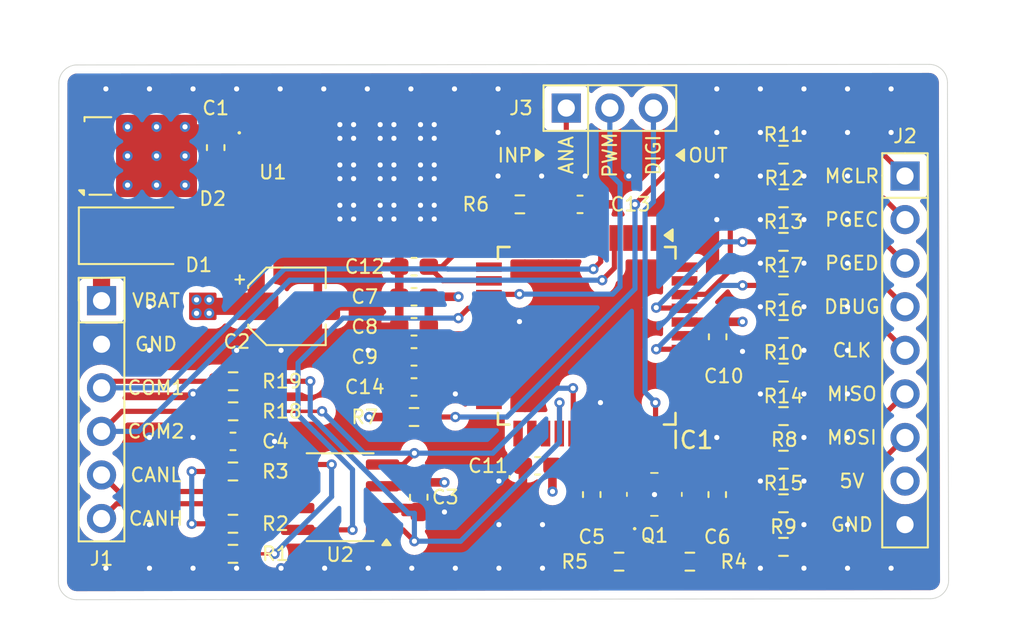
<source format=kicad_pcb>
(kicad_pcb (version 20240108) (generator "pcbnew") (generator_version "8.0")
  (title_block (title "${project_name}") (date "2025-01-21") (rev "v1") (company "${uni_name}") (comment 1 "${course_date}") (comment 2 "${folder_name}"))
  (layers (0 "F.Cu" signal) (1 "In1.Cu" power "Gnd.Cu") (2 "In2.Cu" power "Pwr.Cu") (31 "B.Cu" signal) (34 "B.Paste" user) (35 "F.Paste" user) (36 "B.SilkS" user "B.Silkscreen") (37 "F.SilkS" user "F.Silkscreen") (38 "B.Mask" user) (39 "F.Mask" user) (44 "Edge.Cuts" user))
  (property "course_date" "EE401/2 [Fall/Spring 2024-25]")
  (property "folder_name" "ECU SW Control")
  (property "project_name" "Test Software and Bootloader Developement for an ECU")
  (property "uni_name" "Ozyegin University")
  (net 0 "")
  (net 1 "/LDO/V_BATPROT")
  (net 2 "GND")
  (net 3 "/CAN/5V")
  (net 4 "Net-(C4-Pad1)")
  (net 5 "Net-(IC1-OSC1{slash}RA2)")
  (net 6 "Net-(IC1-OSC2{slash}RA3)")
  (net 7 "Net-(IC1-RA7)")
  (net 8 "Net-(IC1-VCAP)")
  (net 9 "Net-(IC1-~{MCLR})")
  (net 10 "/Connector/V_BAT")
  (net 15 "Net-(IC1-RC5)")
  (net 17 "Net-(IC1-PGEC2{slash}RB6)")
  (net 19 "/CAN/TX")
  (net 20 "/Connector/COMM2")
  (net 26 "/Connector/COMM1")
  (net 27 "/MCU/O_D_TEST")
  (net 29 "Net-(IC1-SCK1{slash}RC3)")
  (net 31 "/CAN/STBY")
  (net 34 "Net-(IC1-SDI1{slash}RA9)")
  (net 36 "/CAN/RX")
  (net 39 "Net-(IC1-PGED2{slash}RB5)")
  (net 42 "/MCU/O_PWM_TEST")
  (net 43 "Net-(IC1-SD01{slash}RA4)")
  (net 44 "/CAN/CAN+")
  (net 45 "/CAN/CAN-")
  (net 46 "/MCU/IO_C_SPI_CLK")
  (net 47 "/MCU/O_C_SPI_MOSI")
  (net 48 "/MCU/IO_D_C_DEBUG")
  (net 49 "/MCU/I_C_SPI_MiSO")
  (net 50 "/MCU/I_MCLR")
  (net 51 "/MCU/I_PROG_PGEC")
  (net 52 "/MCU/I_PROG_PGED")
  (net 53 "/MCU/I_A_TEST")
  (net 54 "Net-(Q1-OSC1)")
  (net 55 "Net-(U2-SPLIT)")
  (footprint "Resistor_SMD:R_0603_1608Metric_Pad0.98x0.95mm_HandSolder" (layer "F.Cu") (at 149.3774 125.1712 180)
    (property "Reference" "R18")
    (property "Value" "0/5%" (hide yes))
  )
  (footprint "Resistor_SMD:R_0603_1608Metric_Pad0.98x0.95mm_HandSolder" (layer "F.Cu") (at 181.4576 133.0706 180)
    (property "Reference" "R9")
    (property "Value" "10k/1%" (hide yes))
  )
  (footprint "Capacitor_SMD:C_0603_1608Metric_Pad1.08x0.95mm_HandSolder" (layer "F.Cu") (at 177.6222 120.8278 -90)
    (property "Reference" "C10")
    (property "Value" "100nF/25V" (hide yes))
  )
  (footprint "Resistor_SMD:R_0603_1608Metric_Pad0.98x0.95mm_HandSolder" (layer "F.Cu") (at 149.368 133.477 180)
    (property "Reference" "R1")
    (property "Value" "300R/1%" (hide yes))
  )
  (footprint "Package_SO:SOIC-8_3.9x4.9mm_P1.27mm" (layer "F.Cu") (at 155.6146 130.175 180)
    (property "Reference" "U2")
    (property "Value" "MCP2561-E-SN" (hide yes))
  )
  (footprint "Resistor_SMD:R_0603_1608Metric_Pad0.98x0.95mm_HandSolder" (layer "F.Cu") (at 181.4576 120.3706)
    (property "Reference" "R16")
    (property "Value" "100R/1%" (hide yes))
  )
  (footprint "Resistor_SMD:R_0603_1608Metric_Pad0.98x0.95mm_HandSolder" (layer "F.Cu") (at 181.4576 130.5306)
    (property "Reference" "R15")
    (property "Value" "100R/1%" (hide yes))
  )
  (footprint "Connector_PinHeader_2.54mm:PinHeader_1x09_P2.54mm_Vertical" (layer "F.Cu") (at 188.5442 111.4552)
    (property "Reference" "J2")
    (property "Value" "Conn_01x09" (hide yes))
  )
  (footprint "Capacitor_SMD:C_0603_1608Metric_Pad1.08x0.95mm_HandSolder" (layer "F.Cu") (at 159.922 116.7384 180)
    (property "Reference" "C12")
    (property "Value" "10nF/50V" (hide yes))
  )
  (footprint "Resistor_SMD:R_0603_1608Metric_Pad0.98x0.95mm_HandSolder" (layer "F.Cu") (at 171.8767 133.9342 180)
    (property "Reference" "R5")
    (property "Value" "100R/1%" (hide yes))
  )
  (footprint "Capacitor_SMD:C_0603_1608Metric_Pad1.08x0.95mm_HandSolder" (layer "F.Cu") (at 170.2816 130.0226 -90)
    (property "Reference" "C5")
    (property "Value" "8.2pF/50V" (hide yes))
  )
  (footprint "Connector_PinHeader_2.54mm:PinHeader_1x03_P2.54mm_Vertical" (layer "F.Cu") (at 168.798 107.4928 90)
    (property "Reference" "J3")
    (property "Value" "Conn_01x03" (hide yes))
  )
  (footprint "Capacitor_SMD:C_0603_1608Metric_Pad1.08x0.95mm_HandSolder" (layer "F.Cu") (at 160.1978 130.175 -90)
    (property "Reference" "C3")
    (property "Value" "0.1uF/50V" (hide yes))
  )
  (footprint "Resistor_SMD:R_0603_1608Metric_Pad0.98x0.95mm_HandSolder" (layer "F.Cu") (at 181.4576 117.8306)
    (property "Reference" "R17")
    (property "Value" "100R/1%" (hide yes))
  )
  (footprint "Capacitor_SMD:CP_Elec_4x5.3" (layer "F.Cu") (at 152.5138 119.0498)
    (property "Reference" "C2")
    (property "Value" "2.2uF/50V" (hide yes))
  )
  (footprint "ECU_SW_Control_lib:LF50CDTTRY" (layer "F.Cu") (at 156.2888 111.235 180)
    (property "Reference" "U1")
    (property "Value" "LF50_TO252" (hide yes))
  )
  (footprint "Resistor_SMD:R_0603_1608Metric_Pad0.98x0.95mm_HandSolder" (layer "F.Cu") (at 181.4576 115.2906)
    (property "Reference" "R13")
    (property "Value" "100R/1%" (hide yes))
  )
  (footprint "Resistor_SMD:R_0603_1608Metric_Pad0.98x0.95mm_HandSolder" (layer "F.Cu") (at 149.368 128.6764)
    (property "Reference" "R3")
    (property "Value" "60.4R/1%" (hide yes))
  )
  (footprint "Capacitor_SMD:C_0603_1608Metric_Pad1.08x0.95mm_HandSolder" (layer "F.Cu") (at 159.922 121.9962 180)
    (property "Reference" "C9")
    (property "Value" "100nF/50V" (hide yes))
  )
  (footprint "Resistor_SMD:R_0603_1608Metric_Pad0.98x0.95mm_HandSolder" (layer "F.Cu") (at 181.4576 112.7506)
    (property "Reference" "R12")
    (property "Value" "100R/1%" (hide yes))
  )
  (footprint "Resistor_SMD:R_0603_1608Metric_Pad0.98x0.95mm_HandSolder" (layer "F.Cu") (at 181.4576 125.4506)
    (property "Reference" "R14")
    (property "Value" "100R/1%" (hide yes))
  )
  (footprint "Resistor_SMD:R_0603_1608Metric_Pad0.98x0.95mm_HandSolder" (layer "F.Cu") (at 181.4576 127.9906 180)
    (property "Reference" "R8")
    (property "Value" "10k/1%" (hide yes))
  )
  (footprint "Capacitor_SMD:C_0603_1608Metric_Pad1.08x0.95mm_HandSolder" (layer "F.Cu") (at 167.1309 128.3462 180)
    (property "Reference" "C11")
    (property "Value" "100nF/50V" (hide yes))
  )
  (footprint "Resistor_SMD:R_0603_1608Metric_Pad0.98x0.95mm_HandSolder" (layer "F.Cu") (at 166.0925 113.1062 180)
    (property "Reference" "R6")
    (property "Value" "100R/1%" (hide yes))
  )
  (footprint "Capacitor_SMD:C_0603_1608Metric_Pad1.08x0.95mm_HandSolder" (layer "F.Cu") (at 159.922 118.491 180)
    (property "Reference" "C7")
    (property "Value" "2.2uF/25V" (hide yes))
  )
  (footprint "Capacitor_SMD:C_0603_1608Metric_Pad1.08x0.95mm_HandSolder" (layer "F.Cu") (at 159.922 123.7488 180)
    (property "Reference" "C14")
    (property "Value" "10nF/50V" (hide yes))
  )
  (footprint "Connector_PinHeader_2.54mm:PinHeader_1x06_P2.54mm_Vertical" (layer "F.Cu") (at 141.7066 118.7196)
    (property "Reference" "J1")
    (property "Value" "Conn_01x06" (hide yes))
  )
  (footprint "Resistor_SMD:R_0603_1608Metric_Pad0.98x0.95mm_HandSolder" (layer "F.Cu") (at 176.0017 133.9342 180)
    (property "Reference" "R4")
    (property "Value" "1M/1%" (hide yes))
  )
  (footprint "Capacitor_SMD:C_0603_1608Metric_Pad1.08x0.95mm_HandSolder" (layer "F.Cu") (at 149.368 126.9238)
    (property "Reference" "C4")
    (property "Value" "4700pF/50V" (hide yes))
  )
  (footprint "Resistor_SMD:R_0603_1608Metric_Pad0.98x0.95mm_HandSolder" (layer "F.Cu") (at 149.3774 123.4186)
    (property "Reference" "R19")
    (property "Value" "0/5%" (hide yes))
  )
  (footprint "Resistor_SMD:R_0603_1608Metric_Pad0.98x0.95mm_HandSolder" (layer "F.Cu") (at 181.4576 122.9106 180)
    (property "Reference" "R10")
    (property "Value" "10k/1%" (hide yes))
  )
  (footprint "Resistor_SMD:R_0603_1608Metric_Pad0.98x0.95mm_HandSolder" (layer "F.Cu") (at 181.4576 110.2106)
    (property "Reference" "R11")
    (property "Value" "100R/1%" (hide yes))
  )
  (footprint "Diode_SMD:D_SMA" (layer "F.Cu") (at 143.8958 114.935)
    (property "Reference" "D1")
    (property "Value" "SMAJ36CA" (hide yes))
  )
  (footprint "Capacitor_SMD:C_0603_1608Metric_Pad1.08x0.95mm_HandSolder" (layer "F.Cu") (at 159.922 120.2436 180)
    (property "Reference" "C8")
    (property "Value" "100nF/50V" (hide yes))
  )
  (footprint "Package_QFP:TQFP-44_10x10mm_P0.8mm" (layer "F.Cu") (at 169.989 120.7666 -90)
    (property "Reference" "IC1")
    (property "Value" "dsPIC33EV128GM104" (hide yes))
  )
  (footprint "Capacitor_SMD:C_0603_1608Metric_Pad1.08x0.95mm_HandSolder" (layer "F.Cu") (at 177.5968 130.0226 90)
    (property "Reference" "C6")
    (property "Value" "8.2pF/50V" (hide yes))
  )
  (footprint "Resistor_SMD:R_0603_1608Metric_Pad0.98x0.95mm_HandSolder" (layer "F.Cu") (at 159.922 125.5014 180)
    (property "Reference" "R7")
    (property "Value" "10k/1%" (hide yes))
  )
  (footprint "Package_TO_SOT_SMD:TO-277A" (layer "F.Cu") (at 143.8733 110.285 90)
    (property "Reference" "D2")
    (property "Value" "V10P10HM3_A_H" (hide yes))
  )
  (footprint "Resistor_SMD:R_0603_1608Metric_Pad0.98x0.95mm_HandSolder" (layer "F.Cu") (at 149.368 131.7244 180)
    (property "Reference" "R2")
    (property "Value" "60.4R/1%" (hide yes))
  )
  (footprint "ECU_SW_Control_lib:CX3225SB40000D0FLJCC" (layer "F.Cu") (at 173.9322 130.012)
    (property "Reference" "Q1")
    (property "Value" "CX3225CA-12MHz" (hide yes))
  )
  (footprint "Capacitor_SMD:C_0603_1608Metric_Pad1.08x0.95mm_HandSolder" (layer "F.Cu") (at 148.3614 109.7975 -90)
    (property "Reference" "C1")
    (property "Value" "0.1uF/50V" (hide yes))
  )
  (footprint "Capacitor_SMD:C_0603_1608Metric_Pad1.08x0.95mm_HandSolder" (layer "F.Cu") (at 169.5994 113.1062)
    (property "Reference" "C13")
    (property "Value" "10uF/16V" (hide yes))
  )
  (gr_rect (start 146.9106 118.3498) (end 148.3106 119.7498) (stroke (width 0.2)) (fill solid) (layer "F.Cu") (net 3))
  (gr_line (start 140.3858 119.9642) (end 140.3858 118.6688) (stroke (width 0.12)) (layer "F.SilkS"))
  (gr_line (start 170.070771 108.8214) (end 168.800771 108.8214) (stroke (width 0.12)) (layer "F.SilkS"))
  (gr_line (start 170.070771 108.8214) (end 170.068 111.379) (stroke (width 0.1)) (layer "F.SilkS"))
  (gr_line (start 187.2142 112.6744) (end 187.2142 111.4044) (stroke (width 0.12)) (layer "F.SilkS"))
  (gr_line (start 167.470771 106.1664) (end 167.46276 107.493002) (stroke (width 0.12)) (layer "F.SilkS"))
  (gr_line (start 189.8742 112.7125) (end 189.865 110.1471) (stroke (width 0.12)) (layer "F.SilkS"))
  (gr_line (start 143.0436 117.3734) (end 141.7228 117.3896) (stroke (width 0.12)) (layer "F.SilkS"))
  (gr_line (start 143.0528 119.9388) (end 143.0436 117.3734) (stroke (width 0.12)) (layer "F.SilkS"))
  (gr_line (start 165.481 128.9304) (end 165.481 129.0574) (stroke (width 0.1)) (layer "F.SilkS"))
  (gr_line (start 189.865 110.1263) (end 188.5442 110.1252) (stroke (width 0.12)) (layer "F.SilkS"))
  (gr_line (start 170.071971 106.163) (end 167.479971 106.1664) (stroke (width 0.12)) (layer "F.SilkS"))
  (gr_poly (pts (xy 175.202629 110.236) (xy 175.672629 109.896) (xy 175.672629 110.576)) (stroke (width 0.1)) (fill solid) (layer "F.SilkS"))
  (gr_poly (pts (xy 167.4846 110.236) (xy 167.0146 110.576) (xy 167.0146 109.896)) (stroke (width 0.1)) (fill solid) (layer "F.SilkS"))
  (gr_arc (start 140.2588 136.1517) (mid 139.504444 135.839227) (end 139.192 135.084858) (stroke (width 0.05)) (layer "Edge.Cuts"))
  (gr_arc (start 189.948829 104.945171) (mid 190.7032 105.2576) (end 191.015629 106.011971) (stroke (width 0.05)) (layer "Edge.Cuts"))
  (gr_line (start 190.0174 136.0932) (end 140.2588 136.151658) (stroke (width 0.05)) (layer "Edge.Cuts"))
  (gr_line (start 189.948829 104.945171) (end 140.2842 104.9782) (stroke (width 0.05)) (layer "Edge.Cuts"))
  (gr_arc (start 139.2174 106.045) (mid 139.529858 105.290658) (end 140.2842 104.9782) (stroke (width 0.05)) (layer "Edge.Cuts"))
  (gr_line (start 139.192 135.084858) (end 139.2174 106.045) (stroke (width 0.05)) (layer "Edge.Cuts"))
  (gr_arc (start 191.0842 135.0264) (mid 190.771739 135.780727) (end 190.0174 136.0932) (stroke (width 0.05)) (layer "Edge.Cuts"))
  (gr_line (start 191.0842 135.0264) (end 191.015629 106.011971) (stroke (width 0.05)) (layer "Edge.Cuts"))
  (gr_text "MCLR" (at 185.4454 111.4552 0) (layer "F.SilkS") (effects (font (size 0.8 0.8) (thickness 0.12) (bold yes))))
  (gr_text "CANL" (at 144.8816 128.8796 0) (layer "F.SilkS") (effects (font (size 0.8 0.8) (thickness 0.12) (bold yes))))
  (gr_text "COM1" (at 144.8816 123.7996 0) (layer "F.SilkS") (effects (font (size 0.8 0.8) (thickness 0.12) (bold yes))))
  (gr_text "OUT" (at 175.837629 110.7174 0) (layer "F.SilkS") (effects (font (size 0.8 0.8) (thickness 0.12)) (justify left bottom)))
  (gr_text "INP" (at 164.712429 110.7186 0) (layer "F.SilkS") (effects (font (size 0.8 0.8) (thickness 0.12)) (justify left bottom)))
  (gr_text "DIGI" (at 173.878 110.236 90) (layer "F.SilkS") (effects (font (size 0.8 0.8) (thickness 0.12) (bold yes))))
  (gr_text "PWM" (at 171.338 110.236 90) (layer "F.SilkS") (effects (font (size 0.8 0.8) (thickness 0.12) (bold yes))))
  (gr_text "COM2" (at 144.8816 126.3396 0) (layer "F.SilkS") (effects (font (size 0.8 0.8) (thickness 0.12) (bold yes))))
  (gr_text "VBAT" (at 144.8816 118.7196 0) (layer "F.SilkS") (effects (font (size 0.8 0.8) (thickness 0.12) (bold yes))))
  (gr_text "GND" (at 185.4454 131.7752 0) (layer "F.SilkS") (effects (font (size 0.8 0.8) (thickness 0.12) (bold yes))))
  (gr_text "PGEC\n" (at 185.4454 113.9952 0) (layer "F.SilkS") (effects (font (size 0.8 0.8) (thickness 0.12) (bold yes))))
  (gr_text "MISO" (at 185.4454 124.1552 0) (layer "F.SilkS") (effects (font (size 0.8 0.8) (thickness 0.12) (bold yes))))
  (gr_text "GND" (at 144.8816 121.2596 0) (layer "F.SilkS") (effects (font (size 0.8 0.8) (thickness 0.12) (bold yes))))
  (gr_text "MOSI" (at 185.4454 126.6952 0) (layer "F.SilkS") (effects (font (size 0.8 0.8) (thickness 0.12) (bold yes))))
  (gr_text "DBUG" (at 185.4454 119.0752 0) (layer "F.SilkS") (effects (font (size 0.8 0.8) (thickness 0.12) (bold yes))))
  (gr_text "CLK" (at 185.4454 121.6152 0) (layer "F.SilkS") (effects (font (size 0.8 0.8) (thickness 0.12) (bold yes))))
  (gr_text "PGED\n" (at 185.4454 116.5352 0) (layer "F.SilkS") (effects (font (size 0.8 0.8) (thickness 0.12) (bold yes))))
  (gr_text "5V" (at 185.4454 129.2352 0) (layer "F.SilkS") (effects (font (size 0.8 0.8) (thickness 0.12) (bold yes))))
  (gr_text "CANH" (at 144.8816 131.4196 0) (layer "F.SilkS") (effects (font (size 0.8 0.8) (thickness 0.12) (bold yes))))
  (gr_text "ANA" (at 168.798 110.236 90) (layer "F.SilkS") (effects (font (size 0.8 0.8) (thickness 0.12) (bold yes))))
  (segment (start 146.2633 108.935) (end 148.3614 108.935) (width 1) (layer "F.Cu") (net 1))
  (segment (start 148.3614 108.935) (end 151.6888 108.935) (width 1) (layer "F.Cu") (net 1))
  (segment (start 144.9133 110.285) (end 146.2633 108.935) (width 1) (layer "F.Cu") (net 1))
  (via (at 143.2233 108.585) (size 0.6) (drill 0.3) (layers "F.Cu" "B.Cu") (net 1))
  (via (at 146.5733 110.285) (size 0.6) (drill 0.3) (layers "F.Cu" "B.Cu") (net 1))
  (via (at 144.9133 111.985) (size 0.6) (drill 0.3) (layers "F.Cu" "B.Cu") (net 1))
  (via (at 143.2233 111.985) (size 0.6) (drill 0.3) (layers "F.Cu" "B.Cu") (net 1))
  (via (at 144.9133 108.585) (size 0.6) (drill 0.3) (layers "F.Cu" "B.Cu") (net 1))
  (via (at 144.9133 110.285) (size 0.6) (drill 0.3) (layers "F.Cu" "B.Cu") (net 1))
  (via (at 146.5733 111.985) (size 0.6) (drill 0.3) (layers "F.Cu" "B.Cu") (net 1))
  (via (at 146.5733 108.585) (size 0.6) (drill 0.3) (layers "F.Cu" "B.Cu") (net 1))
  (via (at 143.2233 110.285) (size 0.6) (drill 0.3) (layers "F.Cu" "B.Cu") (net 1))
  (segment (start 170.4619 113.7169) (end 170.4619 113.1062) (width 0.5) (layer "F.Cu") (net 2))
  (segment (start 173.9392 130.0226) (end 174.8642 130.9476) (width 0.3) (layer "F.Cu") (net 2))
  (segment (start 172.7892 129.0976) (end 171.0017 130.8851) (width 0.3) (layer "F.Cu") (net 2))
  (segment (start 164.3022 119.9516) (end 166.056 119.9516) (width 0.5) (layer "F.Cu") (net 2))
  (segment (start 161.6953 131.0375) (end 161.6964 131.0386) (width 0.5) (layer "F.Cu") (net 2))
  (segment (start 170.0022 114.1766) (end 170.4619 113.7169) (width 0.5) (layer "F.Cu") (net 2))
  (segment (start 170.0022 115.0516) (end 170.0022 114.1766) (width 0.5) (layer "F.Cu") (net 2))
  (segment (start 176.6718 120.7516) (end 177.5968 121.6766) (width 0.5) (layer "F.Cu") (net 2))
  (segment (start 177.5968 121.6766) (end 179.07 121.6766) (width 0.5) (layer "F.Cu") (net 2))
  (segment (start 150.2305 126.9238) (end 151.7904 126.9238) (width 0.3) (layer "F.Cu") (net 2))
  (segment (start 158.0896 130.81) (end 159.9703 130.81) (width 0.5) (layer "F.Cu") (net 2))
  (segment (start 170.8022 126.4516) (end 170.8022 124.6758) (width 0.5) (layer "F.Cu") (net 2))
  (segment (start 177.5343 130.9476) (end 177.5968 130.8851) (width 0.3) (layer "F.Cu") (net 2))
  (segment (start 173.0142 129.0976) (end 173.9392 130.0226) (width 0.3) (layer "F.Cu") (net 2))
  (segment (start 171.0017 130.8851) (end 170.2816 130.8851) (width 0.3) (layer "F.Cu") (net 2))
  (segment (start 160.1978 131.0375) (end 161.6953 131.0375) (width 0.5) (layer "F.Cu") (net 2))
  (segment (start 174.8642 130.9476) (end 175.0892 130.9476) (width 0.3) (layer "F.Cu") (net 2))
  (segment (start 172.7892 129.0976) (end 173.0142 129.0976) (width 0.3) (layer "F.Cu") (net 2))
  (segment (start 175.0892 130.9476) (end 177.5343 130.9476) (width 0.3) (layer "F.Cu") (net 2))
  (segment (start 159.9703 130.81) (end 160.1978 131.0375) (width 0.5) (layer "F.Cu") (net 2))
  (segment (start 166.056 119.9516) (end 166.0688 119.9388) (width 0.5) (layer "F.Cu") (net 2))
  (segment (start 170.8022 124.6758) (end 170.7896 124.6632) (width 0.5) (layer "F.Cu") (net 2))
  (segment (start 175.7022 120.7516) (end 176.6718 120.7516) (width 0.5) (layer "F.Cu") (net 2))
  (via (at 182.6514 113.9952) (size 0.6) (drill 0.3) (layers "F.Cu" "B.Cu") (net 2))
  (via (at 157.9504 108.4576) (size 0.6) (drill 0.3) (layers "F.Cu" "B.Cu") (net 2))
  (via (at 147.0406 134.3152) (size 0.6) (drill 0.3) (layers "F.Cu" "B.Cu") (net 2))
  (via (at 167.3606 111.4552) (size 0.6) (drill 0.3) (layers "F.Cu" "B.Cu") (net 2))
  (via (at 179.07 121.6766) (size 0.6) (drill 0.3) (layers "F.Cu" "B.Cu") (net 2))
  (via (at 187.7314 134.3152) (size 0.6) (drill 0.3) (layers "F.Cu" "B.Cu") (net 2))
  (via (at 147.0406 106.3752) (size 0.6) (drill 0.3) (layers "F.Cu" "B.Cu") (net 2))
  (via (at 185.1914 113.9952) (size 0.6) (drill 0.3) (layers "F.Cu" "B.Cu") (net 2))
  (via (at 170.7896 124.6632) (size 0.6) (drill 0.3) (layers "F.Cu" "B.Cu") (net 2))
  (via (at 158.7504 109.2576) (size 0.6) (drill 0.3) (layers "F.Cu" "B.Cu") (net 2))
  (via (at 182.6514 129.2352) (size 0.6) (drill 0.3) (layers "F.Cu" "B.Cu") (net 2))
  (via (at 169.9006 111.4552) (size 0.6) (drill 0.3) (layers "F.Cu" "B.Cu") (net 2))
  (via (at 182.6514 121.6152) (size 0.6) (drill 0.3) (layers "F.Cu" "B.Cu") (net 2))
  (via (at 158.7504 108.4576) (size 0.6) (drill 0.3) (layers "F.Cu" "B.Cu") (net 2))
  (via (at 161.1004 111.6076) (size 0.6) (drill 0.3) (layers "F.Cu" "B.Cu") (net 2))
  (via (at 173.9392 130.0226) (size 0.6) (drill 0.3) (layers "F.Cu" "B.Cu") (net 2))
  (via (at 151.7904 126.9238) (size 0.6) (drill 0.3) (layers "F.Cu" "B.Cu") (net 2))
  (via (at 164.8714 134.3152) (size 0.6) (drill 0.3) (layers "F.Cu" "B.Cu") (net 2))
  (via (at 158.7504 113.9576) (size 0.6) (drill 0.3) (layers "F.Cu" "B.Cu") (net 2))
  (via (at 152.1714 134.3152) (size 0.6) (drill 0.3) (layers "F.Cu" "B.Cu") (net 2))
  (via (at 154.6606 106.3752) (size 0.6) (drill 0.3) (layers "F.Cu" "B.Cu") (net 2))
  (via (at 160.3004 109.2576) (size 0.6) (drill 0.3) (layers "F.Cu" "B.Cu") (net 2))
  (via (at 159.7406 106.3752) (size 0.6) (drill 0.3) (layers "F.Cu" "B.Cu") (net 2))
  (via (at 182.6514 108.9152) (size 0.6) (drill 0.3) (layers "F.Cu" "B.Cu") (net 2))
  (via (at 162.2806 106.3752) (size 0.6) (drill 0.3) (layers "F.Cu" "B.Cu") (net 2))
  (via (at 158.7504 110.8076) (size 0.6) (drill 0.3) (layers "F.Cu" "B.Cu") (net 2))
  (via (at 161.1004 113.9576) (size 0.6) (drill 0.3) (layers "F.Cu" "B.Cu") (net 2))
  (via (at 164.8714 131.7752) (size 0.6) (drill 0.3) (layers "F.Cu" "B.Cu") (net 2))
  (via (at 158.7504 111.6076) (size 0.6) (drill 0.3) (layers "F.Cu" "B.Cu") (net 2))
  (via (at 180.1114 116.5352) (size 0.6) (drill 0.3) (layers "F.Cu" "B.Cu") (net 2))
  (via (at 177.5714 113.9952) (size 0.6) (drill 0.3) (layers "F.Cu" "B.Cu") (net 2))
  (via (at 182.6514 124.1552) (size 0.6) (drill 0.3) (layers "F.Cu" "B.Cu") (net 2))
  (via (at 157.2514 134.3152) (size 0.6) (drill 0.3) (layers "F.Cu" "B.Cu") (net 2))
  (via (at 180.1114 113.9952) (size 0.6) (drill 0.3) (layers "F.Cu" "B.Cu") (net 2))
  (via (at 180.1114 134.3152) (size 0.6) (drill 0.3) (layers "F.Cu" "B.Cu") (net 2))
  (via (at 160.3004 111.6076) (size 0.6) (drill 0.3) (layers "F.Cu" "B.Cu") (net 2))
  (via (at 164.8206 106.3752) (size 0.6) (drill 0.3) (layers "F.Cu" "B.Cu") (net 2))
  (via (at 144.5006 119.0752) (size 0.6) (drill 0.3) (layers "F.Cu" "B.Cu") (net 2))
  (via (at 172.4406 111.4552) (size 0.6) (drill 0.3) (layers "F.Cu" "B.Cu") (net 2))
  (via (at 157.9504 113.9576) (size 0.6) (drill 0.3) (layers "F.Cu" "B.Cu") (net 2))
  (via (at 156.4004 109.2576) (size 0.6) (drill 0.3) (layers "F.Cu" "B.Cu") (net 2))
  (via (at 157.2514 121.6152) (size 0.6) (drill 0.3) (layers "F.Cu" "B.Cu") (net 2))
  (via (at 157.9504 111.6076) (size 0.6) (drill 0.3) (layers "F.Cu" "B.Cu") (net 2))
  (via (at 157.9504 110.8076) (size 0.6) (drill 0.3) (layers "F.Cu" "B.Cu") (net 2))
  (via (at 155.6004 113.9576) (size 0.6) (drill 0.3) (layers "F.Cu" "B.Cu") (net 2))
  (via (at 164.8206 108.9152) (size 0.6) (drill 0.3) (layers "F.Cu" "B.Cu") (net 2))
  (via (at 182.6514 126.6952) (size 0.6) (drill 0.3) (layers "F.Cu" "B.Cu") (net 2))
  (via (at 141.9606 134.3152) (size 0.6) (drill 0.3) (layers "F.Cu" "B.Cu") (net 2))
  (via (at 185.1914 116.5352) (size 0.6) (drill 0.3) (layers "F.Cu" "B.Cu") (net 2))
  (via (at 160.3004 108.4576) (size 0.6) (drill 0.3) (layers "F.Cu" "B.Cu") (net 2))
  (via (at 160.3004 113.1576) (size 0.6) (drill 0.3) (layers "F.Cu" "B.Cu") (net 2))
  (via (at 166.0688 119.9388) (size 0.6) (drill 0.3) (layers "F.Cu" "B.Cu") (net 2))
  (via (at 152.1206 106.3752) (size 0.6) (drill 0.3) (layers "F.Cu" "B.Cu") (net 2))
  (via (at 156.4004 111.6076) (size 0.6) (drill 0.3) (layers "F.Cu" "B.Cu") (net 2))
  (via (at 177.5714 108.9152) (size 0.6) (drill 0.3) (layers "F.Cu" "B.Cu") (net 2))
  (via (at 182.6514 119.0752) (size 0.6) (drill 0.3) (layers "F.Cu" "B.Cu") (net 2))
  (via (at 185.1914 111.4552) (size 0.6) (drill 0.3) (layers "F.Cu" "B.Cu") (net 2))
  (via (at 182.6514 116.5352) (size 0.6) (drill 0.3) (layers "F.Cu" "B.Cu") (net 2))
  (via (at 149.5806 134.3152) (size 0.6) (drill 0.3) (layers "F.Cu" "B.Cu") (net 2))
  (via (at 158.7504 113.1576) (size 0.6) (drill 0.3) (layers "F.Cu" "B.Cu") (net 2))
  (via (at 155.6004 109.2576) (size 0.6) (drill 0.3) (layers "F.Cu" "B.Cu") (net 2))
  (via (at 187.7314 106.3752) (size 0.6) (drill 0.3) (layers "F.Cu" "B.Cu") (net 2))
  (via (at 149.5806 121.6152) (size 0.6) (drill 0.3) (layers "F.Cu" "B.Cu") (net 2))
  (via (at 152.1714 121.6152) (size 0.6) (drill 0.3) (layers "F.Cu" "B.Cu") (net 2))
  (via (at 185.1914 108.9152) (size 0.6) (drill 0.3) (layers "F.Cu" "B.Cu") (net 2))
  (via (at 182.6514 134.3152) (size 0.6) (drill 0.3) (layers "F.Cu" "B.Cu") (net 2))
  (via (at 177.5714 106.3752) (size 0.6) (drill 0.3) (layers "F.Cu" "B.Cu") (net 2))
  (via (at 155.6004 108.4576) (size 0.6) (drill 0.3) (layers "F.Cu" "B.Cu") (net 2))
  (via (at 156.4004 113.1576) (size 0.6) (drill 0.3) (layers "F.Cu" "B.Cu") (net 2))
  (via (at 147.0406 124.1552) (size 0.6) (drill 0.3) (layers "F.Cu" "B.Cu") (net 2))
  (via (at 144.5006 134.3152) (size 0.6) (drill 0.3) (layers "F.Cu" "B.Cu") (net 2))
  (via (at 177.5714 126.6952) (size 0.6) (drill 0.3) (layers "F.Cu" "B.Cu") (net 2))
  (via (at 144.5006 106.3752) (size 0.6) (drill 0.3) (layers "F.Cu" "B.Cu") (net 2))
  (via (at 164.8206 111.4552) (size 0.6) (drill 0.3) (layers "F.Cu" "B.Cu") (net 2))
  (via (at 185.1914 134.3152) (size 0.6) (drill 0.3) (layers "F.Cu" "B.Cu") (net 2))
  (via (at 161.1004 110.8076) (size 0.6) (drill 0.3) (layers "F.Cu" "B.Cu") (net 2))
  (via (at 182.6514 131.7752) (size 0.6) (drill 0.3) (layers "F.Cu" "B.Cu") (net 2))
  (via (at 160.3004 113.9576) (size 0.6) (drill 0.3) (layers "F.Cu" "B.Cu") (net 2))
  (via (at 141.9606 106.3752) (size 0.6) (drill 0.3) (layers "F.Cu" "B.Cu") (net 2))
  (via (at 180.1114 119.0752) (size 0.6) (drill 0.3) (layers "F.Cu" "B.Cu") (net 2))
  (via (at 144.5006 131.7752) (size 0.6) (drill 0.3) (layers "F.Cu" "B.Cu") (net 2))
  (via (at 147.0406 126.6952) (size 0.6) (drill 0.3) (layers "F.Cu" "B.Cu") (net 2))
  (via (at 161.1004 108.4576) (size 0.6) (drill 0.3) (layers "F.Cu" "B.Cu") (net 2))
  (via (at 180.1114 111.4552) (size 0.6) (drill 0.3) (layers "F.Cu" "B.Cu") (net 2))
  (via (at 157.2006 106.3752) (size 0.6) (drill 0.3) (layers "F.Cu" "B.Cu") (net 2))
  (via (at 185.1914 126.6952) (size 0.6) (drill 0.3) (layers "F.Cu" "B.Cu") (net 2))
  (via (at 156.4004 110.8076) (size 0.6) (drill 0.3) (layers "F.Cu" "B.Cu") (net 2))
  (via (at 164.8714 129.2352) (size 0.6) (drill 0.3) (layers "F.Cu" "B.Cu") (net 2))
  (via (at 161.1004 113.1576) (size 0.6) (drill 0.3) (layers "F.Cu" "B.Cu") (net 2))
  (via (at 149.5806 106.3752) (size 0.6) (drill 0.3) (layers "F.Cu" "B.Cu") (net 2))
  (via (at 185.1914 121.6152) (size 0.6) (drill 0.3) (layers "F.Cu" "B.Cu") (net 2))
  (via (at 156.4004 113.9576) (size 0.6) (drill 0.3) (layers "F.Cu" "B.Cu") (net 2))
  (via (at 159.7914 134.3152) (size 0.6) (drill 0.3) (layers "F.Cu" "B.Cu") (net 2))
  (via (at 180.1114 108.9152) (size 0.6) (drill 0.3) (layers "F.Cu" "B.Cu") (net 2))
  (via (at 162.3314 124.1552) (size 0.6) (drill 0.3) (layers "F.Cu" "B.Cu") (net 2))
  (via (at 160.3004 110.8076) (size 0.6) (drill 0.3) (layers "F.Cu" "B.Cu") (net 2))
  (via (at 167.4114 134.3152) (size 0.6) (drill 0.3) (layers "F.Cu" "B.Cu") (net 2))
  (via (at 180.1114 106.3752) (size 0.6) (drill 0.3) (layers "F.Cu" "B.Cu") (net 2))
  (via (at 182.6514 111.4552) (size 0.6) (drill 0.3) (layers "F.Cu" "B.Cu") (net 2))
  (via (at 161.6964 131.0386) (size 0.6) (drill 0.3) (layers "F.Cu" "B.Cu") (net 2))
  (via (at 185.1914 124.1552) (size 0.6) (drill 0.3) (layers "F.Cu" "B.Cu") (net 2))
  (via (at 187.7314 108.9152) (size 0.6) (drill 0.3) (layers "F.Cu" "B.Cu") (net 2))
  (via (at 162.3314 134.3152) (size 0.6) (drill 0.3) (layers "F.Cu" "B.Cu") (net 2))
  (via (at 177.5714 111.4552) (size 0.6) (drill 0.3) (layers "F.Cu" "B.Cu") (net 2))
  (via (at 144.5006 121.6152) (size 0.6) (drill 0.3) (layers "F.Cu" "B.Cu") (net 2))
  (via (at 161.1004 109.2576) (size 0.6) (drill 0.3) (layers "F.Cu" "B.Cu") (net 2))
  (via (at 155.6004 110.8076) (size 0.6) (drill 0.3) (layers "F.Cu" "B.Cu") (net 2))
  (via (at 144.5006 126.6952) (size 0.6) (drill 0.3) (layers "F.Cu" "B.Cu") (net 2))
  (via (at 167.4114 131.7752) (size 0.6) (drill 0.3) (layers "F.Cu" "B.Cu") (net 2))
  (via (at 155.6004 111.6076) (size 0.6) (drill 0.3) (layers "F.Cu" "B.Cu") (net 2))
  (via (at 180.1114 129.2352) (size 0.6) (drill 0.3) (layers "F.Cu" "B.Cu") (net 2))
  (via (at 155.6004 113.1576) (size 0.6) (drill 0.3) (layers "F.Cu" "B.Cu") (net 2))
  (via (at 156.4004 108.4576) (size 0.6) (drill 0.3) (layers "F.Cu" "B.Cu") (net 2))
  (via (at 182.6514 106.3752) (size 0.6) (drill 0.3) (layers "F.Cu" "B.Cu") (net 2))
  (via (at 154.7114 134.3152) (size 0.6) (drill 0.3) (layers "F.Cu" "B.Cu") (net 2))
  (via (at 180.1114 124.1552) (size 0.6) (drill 0.3) (layers "F.Cu" "B.Cu") (net 2))
  (via (at 185.1914 119.0752) (size 0.6) (drill 0.3) (layers "F.Cu" "B.Cu") (net 2))
  (via (at 185.1914 131.7752) (size 0.6) (drill 0.3) (layers "F.Cu" "B.Cu") (net 2))
  (via (at 157.9504 113.1576) (size 0.6) (drill 0.3) (layers "F.Cu" "B.Cu") (net 2))
  (via (at 157.9504 109.2576) (size 0.6) (drill 0.3) (layers "F.Cu" "B.Cu") (net 2))
  (via (at 185.1914 106.3752) (size 0.6) (drill 0.3) (layers "F.Cu" "B.Cu") (net 2))
  (segment (start 158.0896 129.54) (end 159.9703 129.54) (width 0.5) (layer "F.Cu") (net 3))
  (segment (start 150.7236 119.04) (end 150.7236 116.1288) (width 1) (layer "F.Cu") (net 3))
  (segment (start 151.6888 115.1636) (end 151.6888 113.535) (width 1) (layer "F.Cu") (net 3))
  (segment (start 169.0576 128.3462) (end 167.9897 128.3462) (width 0.5) (layer "F.Cu") (net 3))
  (segment (start 160.1978 129.3125) (end 161.6953 129.3125) (width 0.5) (layer "F.Cu") (net 3))
  (segment (start 162.0291 120.7516) (end 160.7845 121.9962) (width 0.5) (layer "F.Cu") (net 3))
  (segment (start 150.7236 116.1288) (end 151.6888 115.1636) (width 1) (layer "F.Cu") (net 3))
  (segment (start 177.5968 119.9516) (end 179.0689 119.9516) (width 0.5) (layer "F.Cu") (net 3))
  (segment (start 170.0022 127.4016) (end 169.0576 128.3462) (width 0.5) (layer "F.Cu") (net 3))
  (segment (start 159.9703 129.54) (end 160.1978 129.3125) (width 0.5) (layer "F.Cu") (net 3))
  (segment (start 164.3022 120.7516) (end 162.0291 120.7516) (width 0.5) (layer "F.Cu") (net 3))
  (segment (start 158.922 125.5014) (end 157.3058 125.5014) (width 0.5) (layer "F.Cu") (net 3))
  (segment (start 167.9897 128.3462) (end 167.9897 129.8389) (width 0.5) (layer "F.Cu") (net 3))
  (segment (start 151.7518 113.535) (end 151.7904 113.5736) (width 1) (layer "F.Cu") (net 3))
  (segment (start 161.6953 129.3125) (end 161.6964 129.3114) (width 0.5) (layer "F.Cu") (net 3))
  (segment (start 150.7138 119.0498) (end 147.6106 119.0498) (width 1) (layer "F.Cu") (net 3))
  (segment (start 150.7138 119.0498) (end 150.7236 119.04) (width 1) (layer "F.Cu") (net 3))
  (segment (start 170.0022 126.4516) (end 170.0022 127.4016) (width 0.5) (layer "F.Cu") (net 3))
  (segment (start 167.9897 129.8389) (end 167.9956 129.8448) (width 0.5) (layer "F.Cu") (net 3))
  (segment (start 160.7845 120.2436) (end 160.7845 118.491) (width 0.5) (layer "F.Cu") (net 3))
  (segment (start 160.7845 121.9962) (end 160.7845 120.2436) (width 0.5) (layer "F.Cu") (net 3))
  (segment (start 175.7022 119.9516) (end 177.5968 119.9516) (width 0.5) (layer "F.Cu") (net 3))
  (segment (start 160.9595 118.491) (end 162.5128 118.491) (width 0.5) (layer "F.Cu") (net 3))
  (via (at 157.3058 125.5014) (size 0.6) (drill 0.3) (layers "F.Cu" "B.Cu") (net 3))
  (via (at 167.9956 129.8448) (size 0.6) (drill 0.3) (layers "F.Cu" "B.Cu") (net 3))
  (via (at 147.9804 118.6688) (size 0.6) (drill 0.3) (layers "F.Cu" "B.Cu") (net 3))
  (via (at 162.5128 118.491) (size 0.6) (drill 0.3) (layers "F.Cu" "B.Cu") (net 3))
  (via (at 147.9804 119.4562) (size 0.6) (drill 0.3) (layers "F.Cu" "B.Cu") (net 3))
  (via (at 161.6964 129.3114) (size 0.6) (drill 0.3) (layers "F.Cu" "B.Cu") (net 3))
  (via (at 147.2438 119.4562) (size 0.6) (drill 0.3) (layers "F.Cu" "B.Cu") (net 3))
  (via (at 147.2438 118.6688) (size 0.6) (drill 0.3) (layers "F.Cu" "B.Cu") (net 3))
  (via (at 179.07 119.9516) (size 0.6) (drill 0.3) (layers "F.Cu" "B.Cu") (net 3))
  (segment (start 148.4555 128.6764) (end 146.9644 128.6764) (width 0.3) (layer "F.Cu") (net 4))
  (segment (start 148.4555 126.9738) (end 148.5055 126.9238) (width 0.3) (layer "F.Cu") (net 4))
  (segment (start 148.4555 133.477) (end 148.4555 131.7244) (width 0.3) (layer "F.Cu") (net 4))
  (segment (start 148.368 126.6077) (end 148.3305 126.5702) (width 0.2) (layer "F.Cu") (net 4))
  (segment (start 148.098 132.0706) (end 148.368 131.8006) (width 0.2) (layer "F.Cu") (net 4))
  (segment (start 148.4555 131.7244) (end 146.9644 131.7244) (width 0.3) (layer "F.Cu") (net 4))
  (segment (start 148.4555 128.6764) (end 148.4555 126.9738) (width 0.3) (layer "F.Cu") (net 4))
  (via (at 146.9644 128.6764) (size 0.6) (drill 0.3) (layers "F.Cu" "B.Cu") (net 4))
  (via (at 146.9644 131.7244) (size 0.6) (drill 0.3) (layers "F.Cu" "B.Cu") (net 4))
  (segment (start 146.9644 131.7244) (end 146.9644 128.6764) (width 0.3) (layer "B.Cu") (net 4))
  (segment (start 169.164 130.2777) (end 170.2816 129.1601) (width 0.3) (layer "F.Cu") (net 5))
  (segment (start 171.6022 126.4516) (end 171.6022 127.8395) (width 0.3) (layer "F.Cu") (net 5))
  (segment (start 171.6024 126.4518) (end 171.6022 126.4516) (width 0.3) (layer "F.Cu") (net 5))
  (segment (start 169.164 132.134) (end 169.164 130.2777) (width 0.3) (layer "F.Cu") (net 5))
  (segment (start 170.9642 133.9342) (end 169.164 132.134) (width 0.3) (layer "F.Cu") (net 5))
  (segment (start 171.6022 127.8395) (end 170.2816 129.1601) (width 0.3) (layer "F.Cu") (net 5))
  (segment (start 172.4022 126.4516) (end 172.4022 127.4016) (width 0.3) (layer "F.Cu") (net 6))
  (segment (start 178.689 130.2523) (end 177.5968 129.1601) (width 0.3) (layer "F.Cu") (net 6))
  (segment (start 178.689 132.1594) (end 178.689 130.2523) (width 0.3) (layer "F.Cu") (net 6))
  (segment (start 177.5968 129.1601) (end 175.1553 129.1601) (width 0.3) (layer "F.Cu") (net 6))
  (segment (start 176.9142 133.9342) (end 178.689 132.1594) (width 0.3) (layer "F.Cu") (net 6))
  (segment (start 174.0874 128.0922) (end 175.0822 129.087) (width 0.3) (layer "F.Cu") (net 6))
  (segment (start 173.0928 128.0922) (end 174.0874 128.0922) (width 0.3) (layer "F.Cu") (net 6))
  (segment (start 175.1553 129.1601) (end 175.0822 129.087) (width 0.3) (layer "F.Cu") (net 6))
  (segment (start 172.4022 127.4016) (end 173.0928 128.0922) (width 0.3) (layer "F.Cu") (net 6))
  (segment (start 161.5478 116.7384) (end 165.18 113.1062) (width 0.3) (layer "F.Cu") (net 7))
  (segment (start 161.5977 117.5516) (end 160.7845 116.7384) (width 0.3) (layer "F.Cu") (net 7))
  (segment (start 164.3022 117.5516) (end 161.5977 117.5516) (width 0.3) (layer "F.Cu") (net 7))
  (segment (start 160.7845 116.7384) (end 161.5478 116.7384) (width 0.3) (layer "F.Cu") (net 7))
  (segment (start 168.7369 113.6915) (end 168.7369 113.1062) (width 0.3) (layer "F.Cu") (net 8))
  (segment (start 169.2022 114.1568) (end 168.7369 113.6915) (width 0.3) (layer "F.Cu") (net 8))
  (segment (start 169.2022 115.0516) (end 169.2022 114.1568) (width 0.3) (layer "F.Cu") (net 8))
  (segment (start 180.5451 110.2106) (end 175.698 110.2106) (width 0.3) (layer "F.Cu") (net 9))
  (segment (start 160.4289 125.1974) (end 160.4789 125.2474) (width 0.3) (layer "F.Cu") (net 9))
  (segment (start 160.6039 125.2099) (end 160.5664 125.2474) (width 0.2) (layer "F.Cu") (net 9))
  (segment (start 160.8345 125.5014) (end 162.3314 125.5014) (width 0.3) (layer "F.Cu") (net 9))
  (segment (start 160.7845 123.7488) (end 160.7845 125.4514) (width 0.3) (layer "F.Cu") (net 9))
  (segment (start 164.3022 121.5516) (end 162.9817 121.5516) (width 0.3) (layer "F.Cu") (net 9))
  (segment (start 162.9817 121.5516) (end 160.7845 123.7488) (width 0.3) (layer "F.Cu") (net 9))
  (segment (start 175.698 110.2106) (end 172.8024 113.1062) (width 0.3) (layer "F.Cu") (net 9))
  (via (at 162.3314 125.5014) (size 0.6) (drill 0.3) (layers "F.Cu" "B.Cu") (net 9))
  (via (at 172.8024 113.1062) (size 0.6) (drill 0.3) (layers "F.Cu" "B.Cu") (net 9))
  (segment (start 172.8024 113.1062) (end 172.8024 118.0276) (width 0.3) (layer "B.Cu") (net 9))
  (segment (start 165.3286 125.5014) (end 162.3314 125.5014) (width 0.3) (layer "B.Cu") (net 9))
  (segment (start 172.8024 118.0276) (end 165.3286 125.5014) (width 0.3) (layer "B.Cu") (net 9))
  (segment (start 141.1478 114.187) (end 141.1478 111.3645) (width 1) (layer "F.Cu") (net 10))
  (segment (start 141.8958 114.935) (end 141.1478 114.187) (width 1) (layer "F.Cu") (net 10))
  (segment (start 141.7066 115.1242) (end 141.8958 114.935) (width 1) (layer "F.Cu") (net 10))
  (segment (start 141.7066 118.7196) (end 141.7066 115.1242) (width 1) (layer "F.Cu") (net 10))
  (segment (start 141.1478 111.3645) (end 141.1083 111.325) (width 1) (layer "F.Cu") (net 10))
  (segment (start 180.5451 117.8306) (end 179.07 117.8306) (width 0.3) (layer "F.Cu") (net 15))
  (segment (start 175.7022 121.5516) (end 174.040803 121.5516) (width 0.3) (layer "F.Cu") (net 15))
  (segment (start 174.040803 121.5516) (end 174.0408 121.551603) (width 0.3) (layer "F.Cu") (net 15))
  (via (at 174.0408 121.551603) (size 0.6) (drill 0.3) (layers "F.Cu" "B.Cu") (net 15))
  (via (at 179.07 117.8306) (size 0.6) (drill 0.3) (layers "F.Cu" "B.Cu") (net 15))
  (segment (start 179.07 117.8306) (end 177.761803 117.8306) (width 0.3) (layer "B.Cu") (net 15))
  (segment (start 177.761803 117.8306) (end 174.0408 121.551603) (width 0.3) (layer "B.Cu") (net 15))
  (segment (start 178.3588 113.8936) (end 179.5018 112.7506) (width 0.3) (layer "F.Cu") (net 17))
  (segment (start 176.9488 118.3516) (end 178.3588 116.9416) (width 0.3) (layer "F.Cu") (net 17))
  (segment (start 178.3588 116.9416) (end 178.3588 113.8936) (width 0.3) (layer "F.Cu") (net 17))
  (segment (start 175.7022 118.3516) (end 176.9488 118.3516) (width 0.3) (layer "F.Cu") (net 17))
  (segment (start 179.5018 112.7506) (end 180.5451 112.7506) (width 0.3) (layer "F.Cu") (net 17))
  (segment (start 168.4022 124.6634) (end 168.402 124.6632) (width 0.2) (layer "F.Cu") (net 19))
  (segment (start 150.2899 123.4186) (end 153.8732 123.4186) (width 0.3) (layer "F.Cu") (net 19))
  (segment (start 159.9438 132.7404) (end 159.2834 132.08) (width 0.3) (layer "F.Cu") (net 19))
  (segment (start 159.2834 132.08) (end 158.0754 132.08) (width 0.3) (layer "F.Cu") (net 19))
  (segment (start 168.4022 126.4516) (end 168.4022 124.6634) (width 0.3) (layer "F.Cu") (net 19))
  (via (at 159.9438 132.7404) (size 0.6) (drill 0.3) (layers "F.Cu" "B.Cu") (net 19))
  (via (at 153.8732 123.4186) (size 0.6) (drill 0.3) (layers "F.Cu" "B.Cu") (net 19))
  (via (at 168.402 124.6632) (size 0.6) (drill 0.3) (layers "F.Cu" "B.Cu") (net 19))
  (segment (start 156.837 128.3636) (end 156.837 128.362855) (width 0.3) (layer "B.Cu") (net 19))
  (segment (start 159.5882 131.1148) (end 156.837 128.3636) (width 0.3) (layer "B.Cu") (net 19))
  (segment (start 159.9438 132.7404) (end 159.9438 131.1148) (width 0.3) (layer "B.Cu") (net 19))
  (segment (start 153.8732 125.3998) (end 153.8732 123.4186) (width 0.3) (layer "B.Cu") (net 19))
  (segment (start 154.2946 125.8212) (end 153.8732 125.3998) (width 0.3) (layer "B.Cu") (net 19))
  (segment (start 168.402 126.9746) (end 168.402 124.6632) (width 0.3) (layer "B.Cu") (net 19))
  (segment (start 159.9438 131.1148) (end 159.5882 131.1148) (width 0.3) (layer "B.Cu") (net 19))
  (segment (start 154.295345 125.8212) (end 154.2946 125.8212) (width 0.3) (layer "B.Cu") (net 19))
  (segment (start 162.6362 132.7404) (end 168.402 126.9746) (width 0.3) (layer "B.Cu") (net 19))
  (segment (start 159.9438 132.7404) (end 162.6362 132.7404) (width 0.3) (layer "B.Cu") (net 19))
  (segment (start 156.837 128.362855) (end 154.295345 125.8212) (width 0.3) (layer "B.Cu") (net 19))
  (segment (start 148.4649 125.1712) (end 142.9004 125.1712) (width 0.3) (layer "F.Cu") (net 20))
  (segment (start 171.6022 115.0516) (end 171.6022 116.8148) (width 0.3) (layer "F.Cu") (net 20))
  (segment (start 171.6022 116.8148) (end 170.8912 117.5258) (width 0.3) (layer "F.Cu") (net 20))
  (segment (start 142.9004 125.1712) (end 141.732 126.3396) (width 0.3) (layer "F.Cu") (net 20))
  (via (at 170.8912 117.5258) (size 0.6) (drill 0.3) (layers "F.Cu" "B.Cu") (net 20))
  (segment (start 170.8912 117.5258) (end 152.6794 117.5258) (width 0.3) (layer "B.Cu") (net 20))
  (segment (start 143.8656 126.3396) (end 141.732 126.3396) (width 0.3) (layer "B.Cu") (net 20))
  (segment (start 152.6794 117.5258) (end 143.8656 126.3396) (width 0.3) (layer "B.Cu") (net 20))
  (segment (start 148.4649 123.4186) (end 142.0876 123.4186) (width 0.3) (layer "F.Cu") (net 26))
  (segment (start 141.7066 123.7996) (end 141.732 123.7996) (width 0.3) (layer "F.Cu") (net 26))
  (segment (start 170.8022 116.452651) (end 170.8022 115.0516) (width 0.3) (layer "F.Cu") (net 26))
  (segment (start 170.379051 116.8758) (end 170.8022 116.452651) (width 0.3) (layer "F.Cu") (net 26))
  (segment (start 142.0876 123.4186) (end 141.7066 123.7996) (width 0.3) (layer "F.Cu") (net 26))
  (via (at 170.379051 116.8758) (size 0.6) (drill 0.3) (layers "F.Cu" "B.Cu") (net 26))
  (segment (start 161.872961 116.8654) (end 152.3746 116.8654) (width 0.3) (layer "B.Cu") (net 26))
  (segment (start 170.374451 116.8804) (end 161.887961 116.8804) (width 0.3) (layer "B.Cu") (net 26))
  (segment (start 152.3746 116.8654) (end 145.4404 123.7996) (width 0.3) (layer "B.Cu") (net 26))
  (segment (start 161.887961 116.8804) (end 161.872961 116.8654) (width 0.3) (layer "B.Cu") (net 26))
  (segment (start 170.379051 116.8758) (end 170.374451 116.8804) (width 0.3) (layer "B.Cu") (net 26))
  (segment (start 145.4404 123.7996) (end 141.732 123.7996) (width 0.3) (layer "B.Cu") (net 26))
  (segment (start 174.0022 124.6718) (end 173.9936 124.6632) (width 0.3) (layer "F.Cu") (net 27))
  (segment (start 174.0022 126.4516) (end 174.0022 124.6718) (width 0.3) (layer "F.Cu") (net 27))
  (via (at 173.9936 124.6632) (size 0.6) (drill 0.3) (layers "F.Cu" "B.Cu") (net 27))
  (segment (start 173.3908 113.437039) (end 173.878 112.949839) (width 0.3) (layer "B.Cu") (net 27))
  (segment (start 173.878 112.949839) (end 173.878 107.4928) (width 0.3) (layer "B.Cu") (net 27))
  (segment (start 173.3908 124.0604) (end 173.3908 113.437039) (width 0.3) (layer "B.Cu") (net 27))
  (segment (start 173.9936 124.6632) (end 173.3908 124.0604) (width 0.3) (layer "B.Cu") (net 27))
  (segment (start 180.2891 123.1666) (end 175.689 123.1666) (width 0.3) (layer "F.Cu") (net 29))
  (segment (start 180.5451 122.9106) (end 180.2891 123.1666) (width 0.3) (layer "F.Cu") (net 29))
  (segment (start 180.5451 122.9106) (end 180.3041 123.1516) (width 0.3) (layer "F.Cu") (net 29))
  (segment (start 180.5451 122.9106) (end 180.5451 120.3706) (width 0.3) (layer "F.Cu") (net 29))
  (segment (start 164.289 119.1666) (end 163.0782 119.1666) (width 0.3) (layer "F.Cu") (net 31))
  (segment (start 153.1254 132.08) (end 156.337 132.08) (width 0.3) (layer "F.Cu") (net 31))
  (segment (start 163.0782 119.1666) (end 162.5092 119.7356) (width 0.3) (layer "F.Cu") (net 31))
  (via (at 156.337 132.08) (size 0.6) (drill 0.3) (layers "F.Cu" "B.Cu") (net 31))
  (via (at 162.5092 119.7356) (size 0.6) (drill 0.3) (layers "F.Cu" "B.Cu") (net 31))
  (segment (start 154.087493 126.3212) (end 153.162 125.395707) (width 0.3) (layer "B.Cu") (net 31))
  (segment (start 156.337 132.08) (end 156.337 128.569961) (width 0.3) (layer "B.Cu") (net 31))
  (segment (start 156.337 128.569961) (end 154.088239 126.3212) (width 0.3) (layer "B.Cu") (net 31))
  (segment (start 153.162 125.395707) (end 153.162 122.3518) (width 0.3) (layer "B.Cu") (net 31))
  (segment (start 155.7782 119.7356) (end 162.5092 119.7356) (width 0.3) (layer "B.Cu") (net 31))
  (segment (start 154.088239 126.3212) (end 154.087493 126.3212) (width 0.3) (layer "B.Cu") (net 31))
  (segment (start 153.162 122.3518) (end 155.7782 119.7356) (width 0.3) (layer "B.Cu") (net 31))
  (segment (start 175.7022 123.9516) (end 178.6886 123.9516) (width 0.3) (layer "F.Cu") (net 34))
  (segment (start 180.1876 125.4506) (end 180.5451 125.4506) (width 0.3) (layer "F.Cu") (net 34))
  (segment (start 178.6886 123.9516) (end 180.1876 125.4506) (width 0.3) (layer "F.Cu") (net 34))
  (segment (start 180.5451 125.4506) (end 180.5451 127.9906) (width 0.3) (layer "F.Cu") (net 34))
  (segment (start 159.2834 128.27) (end 158.0896 128.27) (width 0.3) (layer "F.Cu") (net 36))
  (segment (start 154.559 125.1712) (end 154.561792 125.168408) (width 0.2) (layer "F.Cu") (net 36))
  (segment (start 169.2022 123.8378) (end 169.1894 123.825) (width 0.3) (layer "F.Cu") (net 36))
  (segment (start 159.9438 127.6096) (end 159.2834 128.27) (width 0.3) (layer "F.Cu") (net 36))
  (segment (start 169.2022 126.4516) (end 169.2022 123.8378) (width 0.3) (layer "F.Cu") (net 36))
  (segment (start 150.2899 125.1712) (end 154.559 125.1712) (width 0.2) (layer "F.Cu") (net 36))
  (via (at 154.561792 125.168408) (size 0.6) (drill 0.3) (layers "F.Cu" "B.Cu") (net 36))
  (via (at 159.9438 127.6096) (size 0.6) (drill 0.3) (layers "F.Cu" "B.Cu") (net 36))
  (via (at 169.1894 123.825) (size 0.6) (drill 0.3) (layers "F.Cu" "B.Cu") (net 36))
  (segment (start 157.002984 127.6096) (end 159.9438 127.6096) (width 0.3) (layer "B.Cu") (net 36))
  (segment (start 168.295561 123.825) (end 169.1894 123.825) (width 0.3) (layer "B.Cu") (net 36))
  (segment (start 164.510961 127.6096) (end 168.295561 123.825) (width 0.3) (layer "B.Cu") (net 36))
  (segment (start 159.9438 127.6096) (end 164.510961 127.6096) (width 0.3) (layer "B.Cu") (net 36))
  (segment (start 154.561792 125.168408) (end 157.002984 127.6096) (width 0.3) (layer "B.Cu") (net 36))
  (segment (start 180.5451 115.2906) (end 179.07 115.2906) (width 0.3) (layer "F.Cu") (net 39))
  (segment (start 174.0664 119.1516) (end 174.0408 119.126) (width 0.3) (layer "F.Cu") (net 39))
  (segment (start 175.7022 119.1516) (end 174.0664 119.1516) (width 0.3) (layer "F.Cu") (net 39))
  (via (at 179.07 115.2906) (size 0.6) (drill 0.3) (layers "F.Cu" "B.Cu") (net 39))
  (via (at 174.0408 119.126) (size 0.6) (drill 0.3) (layers "F.Cu" "B.Cu") (net 39))
  (segment (start 177.8762 115.2906) (end 179.07 115.2906) (width 0.3) (layer "B.Cu") (net 39))
  (segment (start 174.0408 119.126) (end 177.8762 115.2906) (width 0.3) (layer "B.Cu") (net 39))
  (segment (start 164.3022 118.3516) (end 166.0558 118.3516) (width 0.3) (layer "F.Cu") (net 42))
  (segment (start 166.0558 118.3516) (end 166.0688 118.3386) (width 0.2) (layer "F.Cu") (net 42))
  (via (at 166.0688 118.3386) (size 0.6) (drill 0.3) (layers "F.Cu" "B.Cu") (net 42))
  (segment (start 166.0688 118.3386) (end 171.5008 118.3386) (width 0.3) (layer "B.Cu") (net 42))
  (segment (start 171.338 111.3178) (end 171.338 107.4928) (width 0.3) (layer "B.Cu") (net 42))
  (segment (start 171.5008 118.3386) (end 171.9326 117.9068) (width 0.3) (layer "B.Cu") (net 42))
  (segment (start 171.9326 111.9124) (end 171.338 111.3178) (width 0.3) (layer "B.Cu") (net 42))
  (segment (start 171.9326 117.9068) (end 171.9326 111.9124) (width 0.3) (layer "B.Cu") (net 42))
  (segment (start 180.5451 130.5306) (end 180.5451 133.0706) (width 0.3) (layer "F.Cu") (net 43))
  (segment (start 180.2892 130.5306) (end 180.5451 130.5306) (width 0.3) (layer "F.Cu") (net 43))
  (segment (start 179.1208 129.3622) (end 180.2892 130.5306) (width 0.3) (layer "F.Cu") (net 43))
  (segment (start 175.7022 124.7516) (end 176.6184 124.7516) (width 0.3) (layer "F.Cu") (net 43))
  (segment (start 179.1208 127.254) (end 179.1208 129.3622) (width 0.3) (layer "F.Cu") (net 43))
  (segment (start 176.6184 124.7516) (end 179.1208 127.254) (width 0.3) (layer "F.Cu") (net 43))
  (segment (start 151.5618 130.81) (end 151.3078 130.556) (width 0.3) (layer "F.Cu") (net 44))
  (segment (start 150.2664 130.556) (end 150.2805 130.5701) (width 0.3) (layer "F.Cu") (net 44))
  (segment (start 150.2664 130.556) (end 142.5956 130.556) (width 0.3) (layer "F.Cu") (net 44))
  (segment (start 153.1396 130.81) (end 151.5618 130.81) (width 0.3) (layer "F.Cu") (net 44))
  (segment (start 150.2805 130.5701) (end 150.2805 131.7244) (width 0.3) (layer "F.Cu") (net 44))
  (segment (start 151.3078 130.556) (end 150.2664 130.556) (width 0.3) (layer "F.Cu") (net 44))
  (segment (start 142.5956 130.556) (end 141.732 131.4196) (width 0.3) (layer "F.Cu") (net 44))
  (segment (start 153.1396 129.54) (end 151.6126 129.54) (width 0.3) (layer "F.Cu") (net 45))
  (segment (start 150.2918 129.8448) (end 142.6972 129.8448) (width 0.3) (layer "F.Cu") (net 45))
  (segment (start 151.6126 129.54) (end 151.3078 129.8448) (width 0.3) (layer "F.Cu") (net 45))
  (segment (start 150.2805 129.8335) (end 150.2805 128.6764) (width 0.3) (layer "F.Cu") (net 45))
  (segment (start 142.6972 129.8448) (end 141.732 128.8796) (width 0.3) (layer "F.Cu") (net 45))
  (segment (start 151.3078 129.8448) (end 150.2918 129.8448) (width 0.3) (layer "F.Cu") (net 45))
  (segment (start 150.2918 129.8448) (end 150.2805 129.8335) (width 0.3) (layer "F.Cu") (net 45))
  (segment (start 182.3701 120.3706) (end 187.2996 120.3706) (width 0.3) (layer "F.Cu") (net 46))
  (segment (start 187.2996 120.3706) (end 188.5442 121.6152) (width 0.3) (layer "F.Cu") (net 46))
  (segment (start 184.7088 130.5306) (end 188.5442 126.6952) (width 0.3) (layer "F.Cu") (net 47))
  (segment (start 182.3701 130.5306) (end 184.7088 130.5306) (width 0.3) (layer "F.Cu") (net 47))
  (segment (start 187.2996 117.8306) (end 188.5442 119.0752) (width 0.3) (layer "F.Cu") (net 48))
  (segment (start 182.3701 117.8306) (end 187.2996 117.8306) (width 0.3) (layer "F.Cu") (net 48))
  (segment (start 187.2488 125.4506) (end 182.3701 125.4506) (width 0.3) (layer "F.Cu") (net 49))
  (segment (start 188.5442 124.1552) (end 187.2488 125.4506) (width 0.3) (layer "F.Cu") (net 49))
  (segment (start 187.2996 110.2106) (end 188.5442 111.4552) (width 0.3) (layer "F.Cu") (net 50))
  (segment (start 182.3701 110.2106) (end 187.2996 110.2106) (width 0.3) (layer "F.Cu") (net 50))
  (segment (start 182.3701 112.7506) (end 187.2996 112.7506) (width 0.3) (layer "F.Cu") (net 51))
  (segment (start 187.2996 112.7506) (end 188.5442 113.9952) (width 0.3) (layer "F.Cu") (net 51))
  (segment (start 187.2996 115.2906) (end 188.5442 116.5352) (width 0.3) (layer "F.Cu") (net 52))
  (segment (start 182.3701 115.2906) (end 187.2996 115.2906) (width 0.3) (layer "F.Cu") (net 52))
  (segment (start 168.798 111.3132) (end 168.798 107.4928) (width 0.3) (layer "F.Cu") (net 53))
  (segment (start 167.005 113.1062) (end 168.798 111.3132) (width 0.3) (layer "F.Cu") (net 53))
  (segment (start 172.7892 133.9342) (end 172.7892 130.9476) (width 0.3) (layer "F.Cu") (net 54))
  (segment (start 172.7892 133.9342) (end 175.0892 133.9342) (width 0.3) (layer "F.Cu") (net 54))
  (segment (start 153.1254 128.27) (end 155.1178 128.27) (width 0.3) (layer "F.Cu") (net 55))
  (segment (start 150.2805 133.477) (end 151.7904 133.477) (width 0.2) (layer "F.Cu") (net 55))
  (via (at 151.7904 133.477) (size 0.6) (drill 0.3) (layers "F.Cu" "B.Cu") (net 55))
  (via (at 155.1178 128.27) (size 0.6) (drill 0.3) (layers "F.Cu" "B.Cu") (net 55))
  (segment (start 155.1178 128.27) (end 155.1178 130.1496) (width 0.3) (layer "B.Cu") (net 55))
  (segment (start 155.1178 130.1496) (end 151.7904 133.477) (width 0.3) (layer "B.Cu") (net 55))
  (zone (net 2) (net_name "GND") (layer "F.Cu") (connect_pads (clearance 0.5)) (min_thickness 0.25) (fill yes (thermal_gap 0.5) (thermal_bridge_width 0.5))
    (polygon (pts (xy 135.7884 101.1936) (xy 195.4784 101.1936) (xy 195.4784 138.0236) (xy 135.7884 138.0236)))
  )
  (zone (net 0) (net_name "") (layer "F.Cu") (connect_pads (clearance 0)) (min_thickness 0.25)
    (keepout (tracks allowed) (vias allowed) (pads allowed) (copperpour not_allowed) (footprints allowed))
    (fill (thermal_gap 0.5) (thermal_bridge_width 0.5))
    (polygon (pts (xy 153.2382 127.6096) (xy 157.2514 127.5842) (xy 157.2514 132.7404) (xy 153.2382 132.7404)))
  )
  (zone (net 2) (net_name "GND") (layer "B.Cu") (priority 3) (connect_pads (clearance 0.5)) (min_thickness 0.25) (fill yes (thermal_gap 0.5) (thermal_bridge_width 0.5))
    (polygon (pts (xy 135.7884 101.4476) (xy 195.4784 101.4476) (xy 195.4784 138.2776) (xy 135.7884 138.2776)))
  )
)
</source>
